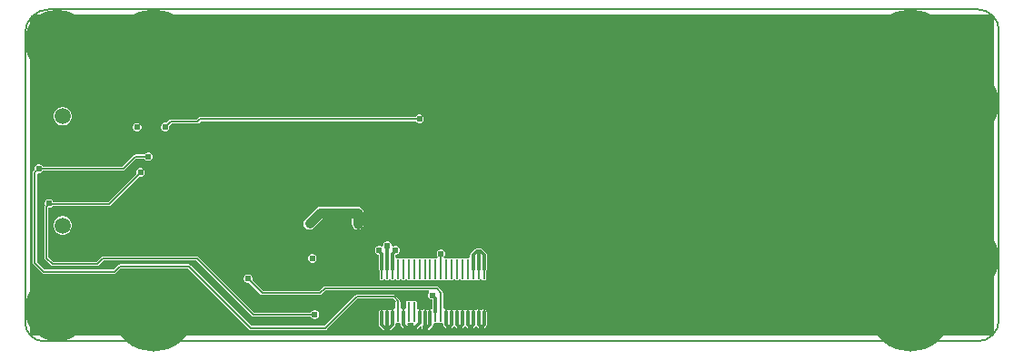
<source format=gtl>
G04*
G04 #@! TF.GenerationSoftware,Altium Limited,Altium Designer,23.0.1 (38)*
G04*
G04 Layer_Physical_Order=1*
G04 Layer_Color=255*
%FSLAX25Y25*%
%MOIN*%
G70*
G04*
G04 #@! TF.SameCoordinates,B4ED9068-0949-4354-B78F-C4858C2F04AE*
G04*
G04*
G04 #@! TF.FilePolarity,Positive*
G04*
G01*
G75*
%ADD11C,0.00600*%
%ADD13C,0.00500*%
G04:AMPARAMS|DCode=14|XSize=70.87mil|YSize=9.84mil|CornerRadius=0.49mil|HoleSize=0mil|Usage=FLASHONLY|Rotation=270.000|XOffset=0mil|YOffset=0mil|HoleType=Round|Shape=RoundedRectangle|*
%AMROUNDEDRECTD14*
21,1,0.07087,0.00886,0,0,270.0*
21,1,0.06988,0.00984,0,0,270.0*
1,1,0.00098,-0.00443,-0.03494*
1,1,0.00098,-0.00443,0.03494*
1,1,0.00098,0.00443,0.03494*
1,1,0.00098,0.00443,-0.03494*
%
%ADD14ROUNDEDRECTD14*%
%ADD20C,0.01400*%
%ADD21C,0.00700*%
%ADD22C,0.01200*%
%ADD23C,0.03600*%
%ADD24C,0.05937*%
%ADD25R,0.05937X0.05937*%
%ADD26C,0.23622*%
%ADD27C,0.29134*%
%ADD28C,0.02400*%
G36*
X1250925Y730456D02*
X1251977Y729405D01*
X1252018Y729342D01*
Y613543D01*
X1251976Y613481D01*
X1250925Y612429D01*
X1250863Y612387D01*
X899230D01*
X898672Y612946D01*
Y728657D01*
X898933Y729048D01*
X900122Y730236D01*
X900513Y730498D01*
X1250863D01*
X1250925Y730456D01*
D02*
G37*
%LPC*%
G36*
X1041706Y693712D02*
X1041070D01*
X1040482Y693468D01*
X1040032Y693018D01*
X1039973Y692876D01*
X960861D01*
X960861Y692876D01*
X960569Y692818D01*
X960321Y692653D01*
X960321Y692653D01*
X959590Y691922D01*
X950098D01*
X949805Y691864D01*
X949557Y691698D01*
X948517Y690658D01*
X948376Y690717D01*
X947739D01*
X947151Y690473D01*
X946701Y690023D01*
X946457Y689435D01*
Y688799D01*
X946701Y688210D01*
X947151Y687760D01*
X947739Y687517D01*
X948376D01*
X948964Y687760D01*
X949414Y688210D01*
X949657Y688799D01*
Y689435D01*
X949599Y689577D01*
X950415Y690393D01*
X959907D01*
X960200Y690451D01*
X960448Y690617D01*
X961178Y691347D01*
X1039973D01*
X1040032Y691206D01*
X1040482Y690755D01*
X1041070Y690512D01*
X1041706D01*
X1042295Y690755D01*
X1042745Y691206D01*
X1042988Y691793D01*
Y692430D01*
X1042745Y693018D01*
X1042295Y693468D01*
X1041706Y693712D01*
D02*
G37*
G36*
X910926Y696465D02*
X910039D01*
X909182Y696235D01*
X908414Y695791D01*
X907787Y695164D01*
X907344Y694396D01*
X907114Y693539D01*
Y692653D01*
X907344Y691796D01*
X907787Y691028D01*
X908414Y690401D01*
X909182Y689957D01*
X910039Y689728D01*
X910926D01*
X911783Y689957D01*
X912551Y690401D01*
X913178Y691028D01*
X913622Y691796D01*
X913851Y692653D01*
Y693539D01*
X913622Y694396D01*
X913178Y695164D01*
X912551Y695791D01*
X911783Y696235D01*
X910926Y696465D01*
D02*
G37*
G36*
X938076Y690692D02*
X937439D01*
X936851Y690448D01*
X936401Y689998D01*
X936158Y689410D01*
Y688773D01*
X936401Y688185D01*
X936851Y687735D01*
X937439Y687492D01*
X938076D01*
X938664Y687735D01*
X939114Y688185D01*
X939357Y688773D01*
Y689410D01*
X939114Y689998D01*
X938664Y690448D01*
X938076Y690692D01*
D02*
G37*
G36*
X942297Y679932D02*
X941660D01*
X941072Y679689D01*
X940622Y679239D01*
X940543Y679046D01*
X937057D01*
X936784Y678992D01*
X936553Y678837D01*
X932378Y674663D01*
X903139D01*
X903059Y674855D01*
X902609Y675305D01*
X902021Y675549D01*
X901384D01*
X900796Y675305D01*
X900346Y674855D01*
X900102Y674267D01*
Y673631D01*
X900182Y673438D01*
X899792Y673048D01*
X899638Y672817D01*
X899583Y672544D01*
Y639305D01*
X899638Y639032D01*
X899792Y638801D01*
X903088Y635505D01*
X903320Y635350D01*
X903593Y635296D01*
X929439D01*
X929712Y635350D01*
X929943Y635505D01*
X931745Y637307D01*
X956404D01*
X978876Y614836D01*
X979107Y614681D01*
X979380Y614627D01*
X1006939D01*
X1007213Y614681D01*
X1007444Y614836D01*
X1018639Y626031D01*
X1031757D01*
X1032721Y625067D01*
X1032585Y624740D01*
Y622475D01*
X1031985Y622155D01*
X1031936Y622188D01*
X1031546Y622265D01*
X1031155Y622188D01*
X1030825Y621967D01*
X1030298D01*
X1029967Y622188D01*
X1029577Y622265D01*
X1029187Y622188D01*
X1028856Y621967D01*
X1028330D01*
X1027999Y622188D01*
X1027609Y622265D01*
X1027219Y622188D01*
X1026888Y621967D01*
X1026667Y621636D01*
X1026589Y621246D01*
Y616597D01*
X1026667Y616207D01*
X1026888Y615876D01*
X1027915Y614849D01*
X1028246Y614628D01*
X1028636Y614550D01*
X1028959D01*
X1029187Y614398D01*
X1029577Y614321D01*
X1029967Y614398D01*
X1030195Y614550D01*
X1030560D01*
X1030950Y614628D01*
X1031281Y614849D01*
X1032267Y615835D01*
X1032488Y616165D01*
X1032565Y616556D01*
Y616825D01*
X1033071Y617265D01*
X1033165Y617265D01*
X1033863D01*
X1033957Y617265D01*
X1034463Y616825D01*
Y616597D01*
X1034541Y616207D01*
X1034762Y615876D01*
X1035484Y615154D01*
X1035525Y614950D01*
X1035746Y614619D01*
X1036077Y614398D01*
X1036467Y614321D01*
X1036857Y614398D01*
X1037188Y614619D01*
X1037409Y614950D01*
X1037486Y615340D01*
Y615613D01*
X1037409Y616003D01*
X1037188Y616334D01*
X1036811Y616711D01*
X1036914Y617000D01*
X1037105Y617265D01*
X1037894D01*
X1038238Y617408D01*
X1038633D01*
X1038977Y617265D01*
X1039054D01*
X1039303Y616665D01*
X1038699Y616061D01*
X1038478Y615730D01*
X1038400Y615340D01*
X1038478Y614950D01*
X1038699Y614619D01*
X1039030Y614398D01*
X1039420Y614321D01*
X1039810Y614398D01*
X1040141Y614619D01*
X1041737Y616216D01*
X1042337Y615967D01*
Y615340D01*
X1042415Y614950D01*
X1042636Y614619D01*
X1042966Y614398D01*
X1043357Y614321D01*
X1043747Y614398D01*
X1043974Y614550D01*
X1044298D01*
X1044688Y614628D01*
X1045018Y614849D01*
X1046046Y615876D01*
X1046267Y616207D01*
X1046345Y616597D01*
Y616825D01*
X1046851Y617265D01*
X1047737D01*
X1048080Y617408D01*
X1048475D01*
X1048819Y617265D01*
X1049611D01*
X1049705Y617265D01*
X1050211Y616825D01*
Y616597D01*
X1050289Y616207D01*
X1050510Y615876D01*
X1051233Y615154D01*
X1051273Y614950D01*
X1051494Y614619D01*
X1051825Y614398D01*
X1052215Y614321D01*
X1052605Y614398D01*
X1052936Y614619D01*
X1053157Y614950D01*
X1053197Y615154D01*
X1053803Y615760D01*
X1054183Y615829D01*
X1054564Y615760D01*
X1055169Y615154D01*
X1055210Y614950D01*
X1055431Y614619D01*
X1055762Y614398D01*
X1056152Y614321D01*
X1056542Y614398D01*
X1056873Y614619D01*
X1057094Y614950D01*
X1057135Y615154D01*
X1057740Y615760D01*
X1058121Y615829D01*
X1058501Y615760D01*
X1059107Y615154D01*
X1059147Y614950D01*
X1059368Y614619D01*
X1059699Y614398D01*
X1060089Y614321D01*
X1060479Y614398D01*
X1060810Y614619D01*
X1061031Y614950D01*
X1061071Y615154D01*
X1061677Y615760D01*
X1062057Y615829D01*
X1062438Y615760D01*
X1063043Y615154D01*
X1063084Y614950D01*
X1063305Y614619D01*
X1063636Y614398D01*
X1064026Y614321D01*
X1064416Y614398D01*
X1064747Y614619D01*
X1064968Y614950D01*
X1065009Y615154D01*
X1065731Y615876D01*
X1065952Y616207D01*
X1066030Y616597D01*
Y621246D01*
X1065952Y621636D01*
X1065731Y621967D01*
X1065400Y622188D01*
X1065010Y622265D01*
X1064620Y622188D01*
X1064289Y621967D01*
X1063763D01*
X1063432Y622188D01*
X1063042Y622265D01*
X1062652Y622188D01*
X1062321Y621967D01*
X1061794D01*
X1061463Y622188D01*
X1061073Y622265D01*
X1060683Y622188D01*
X1060352Y621967D01*
X1059826D01*
X1059495Y622188D01*
X1059105Y622265D01*
X1058715Y622188D01*
X1058384Y621967D01*
X1057857D01*
X1057526Y622188D01*
X1057136Y622265D01*
X1056746Y622188D01*
X1056415Y621967D01*
X1055889D01*
X1055558Y622188D01*
X1055168Y622265D01*
X1054778Y622188D01*
X1054447Y621967D01*
X1053920D01*
X1053589Y622188D01*
X1053199Y622265D01*
X1052809Y622188D01*
X1052478Y621967D01*
X1051952D01*
X1051621Y622188D01*
X1051231Y622265D01*
X1050840Y622188D01*
X1050791Y622155D01*
X1050191Y622475D01*
Y624740D01*
X1050049Y625084D01*
X1050027Y625093D01*
Y628314D01*
X1050027Y628314D01*
X1049969Y628607D01*
X1049803Y628855D01*
X1049803Y628855D01*
X1048276Y630382D01*
X1048028Y630548D01*
X1047735Y630606D01*
X1006677D01*
X1006677Y630606D01*
X1006384Y630548D01*
X1006136Y630382D01*
X1006136Y630382D01*
X1004654Y628900D01*
X984024D01*
X980001Y632923D01*
X980060Y633065D01*
Y633701D01*
X979816Y634289D01*
X979366Y634739D01*
X978778Y634983D01*
X978141D01*
X977553Y634739D01*
X977103Y634289D01*
X976859Y633701D01*
Y633065D01*
X977103Y632477D01*
X977553Y632026D01*
X978141Y631783D01*
X978778D01*
X978919Y631842D01*
X983166Y627595D01*
X983414Y627429D01*
X983707Y627371D01*
X1004971D01*
X1005264Y627429D01*
X1005512Y627595D01*
X1006994Y629077D01*
X1044750D01*
X1044996Y628477D01*
X1044720Y628201D01*
X1044477Y627613D01*
Y626976D01*
X1044720Y626388D01*
X1045170Y625938D01*
X1045759Y625694D01*
X1046194D01*
X1046274Y625615D01*
Y622536D01*
X1045732Y622198D01*
X1045674Y622196D01*
X1045325Y622265D01*
X1044935Y622188D01*
X1044604Y621967D01*
X1044078D01*
X1043747Y622188D01*
X1043357Y622265D01*
X1042966Y622188D01*
X1042636Y621967D01*
X1042109D01*
X1041778Y622188D01*
X1041388Y622265D01*
X1040998Y622188D01*
X1040949Y622155D01*
X1040349Y622475D01*
Y624740D01*
X1040206Y625084D01*
X1039863Y625226D01*
X1038977D01*
X1038633Y625084D01*
X1038238D01*
X1037894Y625226D01*
X1037008D01*
X1036664Y625084D01*
X1036522Y624740D01*
Y622475D01*
X1035922Y622155D01*
X1035873Y622188D01*
X1035483Y622265D01*
X1035093Y622188D01*
X1035043Y622155D01*
X1034443Y622475D01*
Y624740D01*
X1034301Y625084D01*
X1034207Y625122D01*
Y625304D01*
X1034153Y625577D01*
X1033998Y625809D01*
X1032557Y627249D01*
X1032326Y627404D01*
X1032053Y627458D01*
X1018344D01*
X1018071Y627404D01*
X1017839Y627249D01*
X1006644Y616054D01*
X979676D01*
X957205Y638525D01*
X956973Y638680D01*
X956700Y638734D01*
X931450D01*
X931176Y638680D01*
X930945Y638525D01*
X929143Y636723D01*
X903889D01*
X901011Y639601D01*
Y671854D01*
X901384Y672349D01*
X902021D01*
X902609Y672592D01*
X903059Y673043D01*
X903139Y673235D01*
X932674D01*
X932947Y673289D01*
X933179Y673444D01*
X937353Y677619D01*
X940543D01*
X940622Y677426D01*
X941072Y676976D01*
X941660Y676732D01*
X942297D01*
X942885Y676976D01*
X943335Y677426D01*
X943579Y678014D01*
Y678651D01*
X943335Y679239D01*
X942885Y679689D01*
X942297Y679932D01*
D02*
G37*
G36*
X939344Y674027D02*
X938708D01*
X938120Y673783D01*
X937670Y673333D01*
X937426Y672745D01*
Y672109D01*
X937506Y671916D01*
X927264Y661674D01*
X906968D01*
X906853Y661953D01*
X906402Y662403D01*
X905814Y662647D01*
X905178D01*
X904590Y662403D01*
X904140Y661953D01*
X903896Y661365D01*
Y660729D01*
X904059Y660336D01*
X904023Y660300D01*
X903869Y660069D01*
X903815Y659796D01*
Y641025D01*
X903869Y640752D01*
X904023Y640520D01*
X906268Y638275D01*
X906500Y638120D01*
X906773Y638066D01*
X923096D01*
X923369Y638120D01*
X923600Y638275D01*
X925499Y640174D01*
X959443D01*
X979860Y619757D01*
X980091Y619602D01*
X980365Y619548D01*
X1001566D01*
X1001646Y619355D01*
X1002096Y618905D01*
X1002684Y618661D01*
X1003321D01*
X1003909Y618905D01*
X1004359Y619355D01*
X1004602Y619943D01*
Y620580D01*
X1004359Y621168D01*
X1003909Y621618D01*
X1003321Y621861D01*
X1002684D01*
X1002096Y621618D01*
X1001646Y621168D01*
X1001566Y620975D01*
X980660D01*
X960243Y641392D01*
X960011Y641547D01*
X959738Y641601D01*
X925203D01*
X924930Y641547D01*
X924699Y641392D01*
X922800Y639493D01*
X907069D01*
X905242Y641320D01*
Y659447D01*
X905814D01*
X906402Y659691D01*
X906853Y660141D01*
X906896Y660246D01*
X927559D01*
X927832Y660301D01*
X928064Y660455D01*
X938515Y670906D01*
X938708Y670827D01*
X939344D01*
X939932Y671070D01*
X940382Y671520D01*
X940626Y672109D01*
Y672745D01*
X940382Y673333D01*
X939932Y673783D01*
X939344Y674027D01*
D02*
G37*
G36*
X1018750Y659906D02*
X1018549Y659866D01*
X1004931D01*
X1004072Y659695D01*
X1003345Y659209D01*
X999448Y655312D01*
X998962Y654584D01*
X998791Y653726D01*
X998962Y652868D01*
X999448Y652140D01*
X1000175Y651654D01*
X1001034Y651483D01*
X1001892Y651654D01*
X1002620Y652140D01*
X1005860Y655380D01*
X1016507D01*
Y653642D01*
X1016678Y652783D01*
X1017164Y652056D01*
X1017166Y652054D01*
X1017166Y652054D01*
X1017894Y651568D01*
X1018752Y651397D01*
X1019610Y651568D01*
X1020338Y652054D01*
X1020824Y652782D01*
X1020995Y653640D01*
Y657623D01*
X1020994Y657631D01*
Y657663D01*
X1020823Y658521D01*
X1020337Y659249D01*
X1019609Y659735D01*
X1018750Y659906D01*
D02*
G37*
G36*
X910925Y656367D02*
X910038D01*
X909181Y656138D01*
X908413Y655694D01*
X907786Y655067D01*
X907342Y654299D01*
X907113Y653442D01*
Y652556D01*
X907342Y651699D01*
X907786Y650931D01*
X908413Y650304D01*
X909181Y649860D01*
X910038Y649630D01*
X910925D01*
X911782Y649860D01*
X912550Y650304D01*
X913177Y650931D01*
X913620Y651699D01*
X913850Y652556D01*
Y653442D01*
X913620Y654299D01*
X913177Y655067D01*
X912550Y655694D01*
X911782Y656138D01*
X910925Y656367D01*
D02*
G37*
G36*
X1029955Y647262D02*
X1029319D01*
X1028731Y647019D01*
X1028281Y646569D01*
X1028037Y645981D01*
Y645582D01*
X1027757Y645393D01*
X1027470Y645265D01*
X1026943Y645483D01*
X1026306D01*
X1025718Y645240D01*
X1025268Y644790D01*
X1025024Y644202D01*
Y643565D01*
X1025268Y642977D01*
X1025718Y642527D01*
X1026306Y642283D01*
X1026464D01*
X1026589Y642158D01*
Y636994D01*
X1026667Y636603D01*
X1026680Y636584D01*
Y633500D01*
X1026822Y633156D01*
X1027166Y633013D01*
X1028052D01*
X1028236Y633090D01*
X1028790Y633156D01*
X1029134Y633013D01*
X1029353Y633013D01*
X1030020D01*
X1030204Y633090D01*
X1030759Y633156D01*
X1031103Y633013D01*
X1031321Y633013D01*
X1031989D01*
X1032332Y633156D01*
X1032727D01*
X1033071Y633013D01*
X1033957D01*
X1034301Y633156D01*
X1034696D01*
X1035040Y633013D01*
X1035926D01*
X1036269Y633156D01*
X1036664D01*
X1037008Y633013D01*
X1037894D01*
X1038238Y633156D01*
X1038633D01*
X1038977Y633013D01*
X1039863D01*
X1040206Y633156D01*
X1040602D01*
X1040945Y633013D01*
X1041831D01*
X1042175Y633156D01*
X1042570D01*
X1042914Y633013D01*
X1043800D01*
X1044143Y633156D01*
X1044538D01*
X1044882Y633013D01*
X1045768D01*
X1046112Y633156D01*
X1046507D01*
X1046851Y633013D01*
X1047737D01*
X1048080Y633156D01*
X1048475D01*
X1048819Y633013D01*
X1049705D01*
X1050049Y633156D01*
X1050444D01*
X1050788Y633013D01*
X1051674D01*
X1052017Y633156D01*
X1052413D01*
X1052756Y633013D01*
X1053642D01*
X1053986Y633156D01*
X1054381D01*
X1054725Y633013D01*
X1055611D01*
X1055954Y633156D01*
X1056349D01*
X1056693Y633013D01*
X1057579D01*
X1057923Y633156D01*
X1058318D01*
X1058662Y633013D01*
X1059548D01*
X1059732Y633090D01*
X1060287Y633156D01*
X1060630Y633013D01*
X1060849Y633013D01*
X1061516D01*
X1061701Y633090D01*
X1062255Y633156D01*
X1062599Y633013D01*
X1062817Y633013D01*
X1063485D01*
X1063669Y633090D01*
X1064223Y633156D01*
X1064567Y633013D01*
X1064786Y633013D01*
X1065453D01*
X1065797Y633156D01*
X1065939Y633500D01*
Y636404D01*
X1066046Y636564D01*
X1066132Y636994D01*
Y642216D01*
X1066132Y642216D01*
X1066046Y642646D01*
X1065803Y643009D01*
X1065803Y643009D01*
X1064497Y644316D01*
X1064133Y644559D01*
X1063704Y644644D01*
X1063704Y644644D01*
X1062544D01*
X1062544Y644644D01*
X1062115Y644559D01*
X1061751Y644316D01*
X1060280Y642845D01*
X1060037Y642481D01*
X1059952Y642052D01*
X1059952Y642052D01*
Y641456D01*
X1059548Y640974D01*
X1058662D01*
X1058318Y640832D01*
X1057923D01*
X1057579Y640974D01*
X1056693D01*
X1056349Y640832D01*
X1055954D01*
X1055611Y640974D01*
X1054725D01*
X1054381Y640832D01*
X1053986D01*
X1053642Y640974D01*
X1052756D01*
X1052413Y640832D01*
X1052017D01*
X1051674Y640974D01*
X1050788D01*
X1050659Y640921D01*
X1050319Y641429D01*
X1050635Y641746D01*
X1050879Y642334D01*
Y642970D01*
X1050635Y643558D01*
X1050185Y644008D01*
X1049597Y644252D01*
X1048961D01*
X1048373Y644008D01*
X1047923Y643558D01*
X1047679Y642970D01*
Y642334D01*
X1047923Y641746D01*
X1048263Y641406D01*
X1047923Y640897D01*
X1047921Y640898D01*
X1047737Y640974D01*
X1046851D01*
X1046507Y640832D01*
X1046112D01*
X1045768Y640974D01*
X1044882D01*
X1044538Y640832D01*
X1044143D01*
X1043800Y640974D01*
X1042914D01*
X1042570Y640832D01*
X1042175D01*
X1041831Y640974D01*
X1040945D01*
X1040602Y640832D01*
X1040206D01*
X1039863Y640974D01*
X1038977D01*
X1038633Y640832D01*
X1038238D01*
X1037894Y640974D01*
X1037008D01*
X1036664Y640832D01*
X1036269D01*
X1035926Y640974D01*
X1035040D01*
X1034696Y640832D01*
X1034301D01*
X1033957Y640974D01*
X1033165D01*
X1033071Y640974D01*
X1032565Y641414D01*
Y642158D01*
X1032691Y642283D01*
X1032848D01*
X1033436Y642527D01*
X1033886Y642977D01*
X1034130Y643565D01*
Y644202D01*
X1033886Y644790D01*
X1033436Y645240D01*
X1032848Y645483D01*
X1032212D01*
X1031829Y645325D01*
X1031307Y645601D01*
X1031237Y645680D01*
Y645981D01*
X1030994Y646569D01*
X1030544Y647019D01*
X1029955Y647262D01*
D02*
G37*
G36*
X1002352Y642547D02*
X1001716D01*
X1001128Y642303D01*
X1000677Y641853D01*
X1000434Y641265D01*
Y640628D01*
X1000677Y640040D01*
X1001128Y639590D01*
X1001716Y639347D01*
X1002352D01*
X1002940Y639590D01*
X1003390Y640040D01*
X1003634Y640628D01*
Y641265D01*
X1003390Y641853D01*
X1002940Y642303D01*
X1002352Y642547D01*
D02*
G37*
%LPD*%
D11*
X905583Y660960D02*
X927559D01*
X939026Y672427D01*
X904528Y659796D02*
X905496Y660764D01*
Y661047D01*
X904528Y641025D02*
Y659796D01*
X1006939Y615340D02*
X1018344Y626745D01*
X1032053D01*
X979380Y615340D02*
X1006939D01*
X956700Y638021D02*
X979380Y615340D01*
X931450Y638021D02*
X956700D01*
X923096Y638780D02*
X925203Y640888D01*
X959738D02*
X980365Y620261D01*
X925203Y640888D02*
X959738D01*
X906773Y638780D02*
X923096D01*
X905496Y661047D02*
X905583Y660960D01*
X900297Y672544D02*
X901702Y673949D01*
X900297Y639305D02*
Y672544D01*
Y639305D02*
X903593Y636010D01*
X904528Y641025D02*
X906773Y638780D01*
X903593Y636010D02*
X929439D01*
X931450Y638021D01*
X1032053Y626745D02*
X1033493Y625304D01*
Y621267D02*
X1033514Y621246D01*
X1033493Y621267D02*
Y625304D01*
X980365Y620261D02*
X1003002D01*
X1049262Y636994D02*
Y642635D01*
X1049279Y642652D01*
X901702Y673949D02*
X932674D01*
X937057Y678332D01*
X941979D01*
D13*
X1253987Y724592D02*
G03*
X1246113Y732466I-7874J0D01*
G01*
Y610419D02*
G03*
X1253987Y618293I0J7874D01*
G01*
X896703Y617309D02*
G03*
X903593Y610419I6890J0D01*
G01*
X905561Y732466D02*
G03*
X896703Y723608I0J-8858D01*
G01*
X1253987Y618293D02*
Y724592D01*
X905561Y732466D02*
X1246113D01*
X903593Y610419D02*
X1246113D01*
X896703Y617309D02*
Y723608D01*
D14*
X1039420Y636994D02*
D03*
X1041388D02*
D03*
X1033514D02*
D03*
Y621246D02*
D03*
X1035483Y636994D02*
D03*
X1045325D02*
D03*
X1047294D02*
D03*
Y621246D02*
D03*
X1049262Y636994D02*
D03*
Y621246D02*
D03*
X1043357Y636994D02*
D03*
X1029577D02*
D03*
X1031546D02*
D03*
X1027609D02*
D03*
Y621246D02*
D03*
X1031546D02*
D03*
X1035483D02*
D03*
X1039420D02*
D03*
X1043357D02*
D03*
X1041388D02*
D03*
X1051231D02*
D03*
X1053199D02*
D03*
X1055168D02*
D03*
X1061073D02*
D03*
X1063042D02*
D03*
X1065010D02*
D03*
X1051231Y636994D02*
D03*
X1053199D02*
D03*
X1055168D02*
D03*
X1029577Y621246D02*
D03*
X1037451D02*
D03*
X1045325D02*
D03*
X1037451Y636994D02*
D03*
X1057136D02*
D03*
X1059105D02*
D03*
X1061073D02*
D03*
X1063042D02*
D03*
X1065010D02*
D03*
X1057136Y621246D02*
D03*
X1059105D02*
D03*
D20*
X1063042Y643523D02*
X1063704D01*
X1061073Y636994D02*
Y642052D01*
X1063704Y643523D02*
X1065010Y642216D01*
X1063042Y636994D02*
Y643523D01*
X1061073Y642052D02*
X1062544Y643523D01*
X1065010Y636994D02*
Y642216D01*
X1062544Y643523D02*
X1063042D01*
D21*
X1006677Y629841D02*
X1047735D01*
X983707Y628135D02*
X1004971D01*
X1006677Y629841D01*
X978459Y633383D02*
X983707Y628135D01*
X1047735Y629841D02*
X1049262Y628314D01*
Y621246D02*
Y628314D01*
X960861Y692112D02*
X1041388D01*
X959907Y691157D02*
X960861Y692112D01*
X948057Y689117D02*
X950098Y691157D01*
X959907D01*
D22*
X1046077Y627254D02*
Y627294D01*
X1047294Y621246D02*
Y626037D01*
X1046077Y627254D02*
X1047294Y626037D01*
X1029577Y636994D02*
Y645603D01*
X1026624Y643565D02*
X1027609Y642581D01*
X1026624Y643565D02*
Y643884D01*
X1031546Y642581D02*
X1032530Y643565D01*
Y643884D01*
X1027609Y636994D02*
Y642581D01*
X1031546Y636994D02*
Y642581D01*
X1043357Y615340D02*
Y621246D01*
X1043357Y615340D02*
X1043586Y615570D01*
X1043357Y615340D02*
X1043357Y615340D01*
X1044298Y615570D02*
X1045325Y616597D01*
X1043586Y615570D02*
X1044298D01*
X1041388Y617309D02*
Y621246D01*
X1039420Y615340D02*
X1041388Y617309D01*
X1035483Y616597D02*
Y621246D01*
X1036467Y615340D02*
Y615613D01*
X1035483Y616597D02*
X1036467Y615613D01*
X1030560Y615570D02*
X1031546Y616556D01*
Y621246D01*
X1029807Y615570D02*
X1030560D01*
X1029577Y615340D02*
Y621246D01*
Y615340D02*
X1029807Y615570D01*
X1029348D02*
X1029577Y615340D01*
X1027609Y616597D02*
X1028636Y615570D01*
X1029348D01*
X1027609Y616597D02*
Y621246D01*
X1063042Y616597D02*
X1064026Y615613D01*
Y615340D02*
Y615613D01*
X1052215Y615613D02*
Y615613D01*
Y615340D02*
Y615613D01*
X1045325Y616597D02*
Y621246D01*
X1063042Y616597D02*
Y621246D01*
X1064026Y615613D02*
X1065010Y616597D01*
Y621246D01*
X1059105Y616597D02*
X1060089Y615613D01*
Y615340D02*
Y615613D01*
X1061073Y616597D02*
Y621246D01*
X1060089Y615613D02*
X1061073Y616597D01*
X1059105D02*
Y621246D01*
X1055168Y616597D02*
X1056152Y615613D01*
X1057136Y616597D02*
Y621246D01*
X1056152Y615613D02*
X1057136Y616597D01*
X1055168D02*
Y621246D01*
X1056152Y615340D02*
Y615613D01*
X1051231Y616597D02*
X1052215Y615613D01*
X1053199Y616597D02*
Y621246D01*
X1051231Y616597D02*
Y621246D01*
X1052215Y615613D02*
X1053199Y616597D01*
X1029577Y645603D02*
X1029637Y645662D01*
D23*
X1018752Y653640D02*
Y657623D01*
X1004931D02*
X1018752D01*
X1018750Y653642D02*
Y657663D01*
X1018752Y653640D02*
Y653640D01*
X1018750Y653642D02*
X1018752Y653640D01*
X1001034Y653726D02*
X1004931Y657623D01*
D24*
X910483Y693096D02*
D03*
X910481Y652999D02*
D03*
D25*
X910483Y683253D02*
D03*
X910481Y643156D02*
D03*
D26*
X1242176Y698017D02*
D03*
Y640931D02*
D03*
X908514Y622230D02*
D03*
Y720655D02*
D03*
D27*
X1221506Y621246D02*
D03*
X1221506Y717702D02*
D03*
X943947D02*
D03*
Y621246D02*
D03*
D28*
X1227865Y666381D02*
D03*
X1119144Y639002D02*
D03*
X1109302Y698057D02*
D03*
X1140798D02*
D03*
Y658687D02*
D03*
X1096809Y658668D02*
D03*
X1057226Y658218D02*
D03*
X925467Y614719D02*
D03*
X917003Y646135D02*
D03*
X902439Y643233D02*
D03*
X902371Y655242D02*
D03*
X900395Y680594D02*
D03*
X900640Y692152D02*
D03*
Y703963D02*
D03*
X1247722Y662975D02*
D03*
X1247097Y678372D02*
D03*
X1190010Y613412D02*
D03*
X1171412Y615447D02*
D03*
X1150664Y614109D02*
D03*
X1123726Y614778D02*
D03*
X1099131Y614109D02*
D03*
X1077806Y615380D02*
D03*
X1184105Y727585D02*
D03*
X1151501Y724705D02*
D03*
X1126905Y728218D02*
D03*
X1103396Y727585D02*
D03*
X1073030Y728888D02*
D03*
X1047095Y725709D02*
D03*
X1020719Y727585D02*
D03*
X985286Y725616D02*
D03*
X928199Y668530D02*
D03*
X922294D02*
D03*
X933015Y653764D02*
D03*
X933234Y660816D02*
D03*
X957727Y656719D02*
D03*
X949853D02*
D03*
X941979D02*
D03*
X985286Y682309D02*
D03*
X1006939Y680341D02*
D03*
X993235Y688301D02*
D03*
X979380Y688215D02*
D03*
X939026Y672427D02*
D03*
X905496Y661047D02*
D03*
X926231Y642899D02*
D03*
X1046077Y627294D02*
D03*
X1003002Y620261D02*
D03*
X1005965Y657623D02*
D03*
X1018752Y653640D02*
D03*
X1018750Y657663D02*
D03*
X1041388Y692112D02*
D03*
X1049279Y642652D02*
D03*
X937924Y643175D02*
D03*
X901702Y673949D02*
D03*
X948057Y689117D02*
D03*
X937757Y689092D02*
D03*
X948993Y671583D02*
D03*
X941979Y678332D02*
D03*
X944913Y686273D02*
D03*
X938042Y685222D02*
D03*
X1001034Y653726D02*
D03*
X1002034Y640946D02*
D03*
X978459Y633383D02*
D03*
X1026624Y643884D02*
D03*
X1032530D02*
D03*
X1043357Y615340D02*
D03*
X1039420D02*
D03*
X1036467D02*
D03*
X1029577D02*
D03*
X1064026D02*
D03*
X1060089D02*
D03*
X1056152D02*
D03*
X1052215D02*
D03*
X1029637Y645662D02*
D03*
X996184Y634640D02*
D03*
X1000206Y631205D02*
D03*
X967667Y658281D02*
D03*
X975836Y651832D02*
D03*
X995719Y658450D02*
D03*
X989223Y653726D02*
D03*
X986270D02*
D03*
X982333D02*
D03*
X959099Y693107D02*
D03*
X957166Y674270D02*
D03*
X960433Y674398D02*
D03*
X970549Y679010D02*
D03*
X971692Y688692D02*
D03*
X960680Y680301D02*
D03*
X956742D02*
D03*
X960680Y683253D02*
D03*
X956742D02*
D03*
X960680Y686206D02*
D03*
X956742D02*
D03*
X959498Y699068D02*
D03*
X955799Y696594D02*
D03*
X934199Y681912D02*
D03*
X929183Y683253D02*
D03*
M02*

</source>
